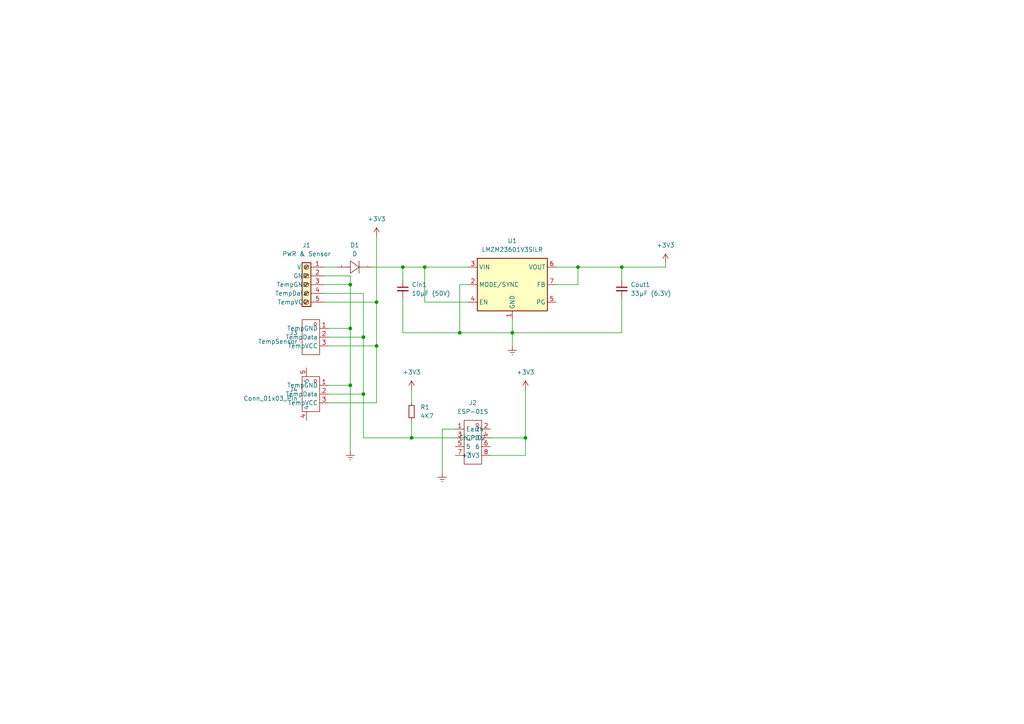
<source format=kicad_sch>
(kicad_sch (version 20231120) (generator "eeschema") (generator_version "8.0")
  (paper "A4")
  (title_block (title "Nemo-K DS18B20 sensor") (date "2024-12-03") (rev "v2") (company "Sivuduuni Global Oy"))
  (lib_symbols
    (symbol "C2905025:2.54-3PWTDK"
      (property "Reference" "J4" (at 3.81 1.2701 0))
      (property "Value" "Conn_01x03_Pin" (at 3.81 -1.2699 0))
      (symbol "2.54-3PWTDK_1_0"
        (rectangle (start -2.54 -5.08) (end 2.54 5.08))
        (circle (center -1.27 3.81) (radius 0.381))
        (pin unspecified line (at -5.08 2.54 0) (length 2.54) (name "TempGND") (number "1"))
        (pin unspecified line (at -5.08 0 0) (length 2.54) (name "TempData") (number "2"))
        (pin unspecified line (at -5.08 -2.54 0) (length 2.54) (name "TempVCC") (number "3"))
        (pin unspecified line (at 1.27 -7.62 90) (length 2.54) (name "4") (number "4"))
        (pin unspecified line (at 1.27 7.62 270) (length 2.54) (name "5") (number "5"))
      )
    )
    (symbol "C3975149:PM254-2-04-S-8.5"
      (property "Reference" "J2" (at 0 11.43 0))
      (property "Value" "ESP-01S" (at 0 8.89 0))
      (symbol "PM254-2-04-S-8.5_1_0"
        (rectangle (start -2.54 -6.35) (end 2.54 6.35))
        (circle (center -1.27 5.08) (radius 0.381))
        (pin unspecified line (at 5.08 3.81 180) (length 2.54) (name "Earth") (number "1"))
        (pin unspecified line (at -5.08 3.81 0) (length 2.54) (name "2") (number "2"))
        (pin unspecified line (at 5.08 1.27 180) (length 2.54) (name "GPIO2") (number "3"))
        (pin unspecified line (at -5.08 1.27 0) (length 2.54) (name "Ch_PD") (number "4"))
        (pin unspecified line (at 5.08 -1.27 180) (length 2.54) (name "5") (number "5"))
        (pin unspecified line (at -5.08 -1.27 0) (length 2.54) (name "6") (number "6"))
        (pin unspecified line (at 5.08 -3.81 180) (length 2.54) (name "7") (number "7"))
        (pin unspecified line (at -5.08 -3.81 0) (length 2.54) (name "+3V3") (number "8"))
      )
    )
    (symbol "C5160786:DZ254S-11-03-48"
      (property "Reference" "J3" (at 3.81 1.2701 0))
      (property "Value" "TempSensor" (at 3.81 -1.2699 0))
      (symbol "DZ254S-11-03-48_1_0"
        (rectangle (start -2.54 -5.08) (end 2.54 5.08))
        (circle (center -1.27 3.81) (radius 0.381))
        (pin unspecified line (at -5.08 2.54 0) (length 2.54) (name "TempGND") (number "1"))
        (pin unspecified line (at -5.08 0 0) (length 2.54) (name "TempData") (number "2"))
        (pin unspecified line (at -5.08 -2.54 0) (length 2.54) (name "TempVCC") (number "3"))
      )
    )
    (symbol "C5174649:S7116-300A"
      (property "Reference" "D" (at 0 0 0))
      (symbol "S7116-300A_1_0"
        (polyline (pts (xy -1.27 0) (xy -2.54 0)))
        (polyline (pts (xy -1.27 1.778) (xy -1.27 -1.778)))
        (polyline (pts (xy 2.54 0) (xy 1.27 0)))
        (polyline (pts (xy 1.27 1.778) (xy -1.27 0) (xy -1.27 0) (xy 1.27 -1.778) (xy 1.27 -1.778) (xy 1.27 1.778)))
        (pin unspecified line (at -5.08 0 0) (length 2.54) (name "K") (number "1"))
        (pin unspecified line (at 5.08 0 180) (length 2.54) (name "A") (number "2"))
      )
    )
    (symbol "Connector:Screw_Terminal_01x05" (pin_names (offset 1.016))
      (property "Reference" "J1" (at 0 11.43 0))
      (property "Value" "PWR & Sensor" (at 0 8.89 0))
      (symbol "Screw_Terminal_01x05_1_1"
        (rectangle (start -1.27 6.35) (end 1.27 -6.35) (stroke (width 0.254)) (fill (type background)))
        (circle (center 0 -5.08) (radius 0.635) (stroke (width 0.1524)))
        (circle (center 0 -2.54) (radius 0.635) (stroke (width 0.1524)))
        (polyline (pts (xy -0.5334 -4.7498) (xy 0.3302 -5.588)) (stroke (width 0.1524)))
        (polyline (pts (xy -0.5334 -2.2098) (xy 0.3302 -3.048)) (stroke (width 0.1524)))
        (polyline (pts (xy -0.5334 0.3302) (xy 0.3302 -0.508)) (stroke (width 0.1524)))
        (polyline (pts (xy -0.5334 2.8702) (xy 0.3302 2.032)) (stroke (width 0.1524)))
        (polyline (pts (xy -0.5334 5.4102) (xy 0.3302 4.572)) (stroke (width 0.1524)))
        (polyline (pts (xy -0.3556 -4.572) (xy 0.508 -5.4102)) (stroke (width 0.1524)))
        (polyline (pts (xy -0.3556 -2.032) (xy 0.508 -2.8702)) (stroke (width 0.1524)))
        (polyline (pts (xy -0.3556 0.508) (xy 0.508 -0.3302)) (stroke (width 0.1524)))
        (polyline (pts (xy -0.3556 3.048) (xy 0.508 2.2098)) (stroke (width 0.1524)))
        (polyline (pts (xy -0.3556 5.588) (xy 0.508 4.7498)) (stroke (width 0.1524)))
        (circle (center 0 0) (radius 0.635) (stroke (width 0.1524)))
        (circle (center 0 2.54) (radius 0.635) (stroke (width 0.1524)))
        (circle (center 0 5.08) (radius 0.635) (stroke (width 0.1524)))
        (pin passive line (at -5.08 5.08 0) (length 3.81) (name "Vin") (number "1"))
        (pin passive line (at -5.08 2.54 0) (length 3.81) (name "GND") (number "2"))
        (pin passive line (at -5.08 0 0) (length 3.81) (name "TempGND") (number "3"))
        (pin passive line (at -5.08 -2.54 0) (length 3.81) (name "TempData") (number "4"))
        (pin passive line (at -5.08 -5.08 0) (length 3.81) (name "TempVCC") (number "5"))
      )
    )
    (symbol "Device:C_Small" (pin_numbers hide) (pin_names (offset 0.254) hide)
      (property "Reference" "C" (at 0.254 1.778 0))
      (property "Value" "C_Small" (at 0.254 -2.032 0))
      (symbol "C_Small_0_1"
        (polyline (pts (xy -1.524 -0.508) (xy 1.524 -0.508)) (stroke (width 0.3302)))
        (polyline (pts (xy -1.524 0.508) (xy 1.524 0.508)) (stroke (width 0.3048)))
      )
      (symbol "C_Small_1_1"
        (pin passive line (at 0 2.54 270) (length 2.032) (name "~") (number "1"))
        (pin passive line (at 0 -2.54 90) (length 2.032) (name "~") (number "2"))
      )
    )
    (symbol "Device:R_Small" (pin_numbers hide) (pin_names (offset 0.254) hide)
      (property "Reference" "R" (at 0.762 0.508 0))
      (property "Value" "R_Small" (at 0.762 -1.016 0))
      (symbol "R_Small_0_1"
        (rectangle (start -0.762 1.778) (end 0.762 -1.778) (stroke (width 0.2032)))
      )
      (symbol "R_Small_1_1"
        (pin passive line (at 0 2.54 270) (length 0.762) (name "~") (number "1"))
        (pin passive line (at 0 -2.54 90) (length 0.762) (name "~") (number "2"))
      )
    )
    (symbol "Regulator_Switching:LMZM23601"
      (property "Reference" "U" (at -8.89 8.89 0))
      (property "Value" "LMZM23601" (at 6.35 8.89 0))
      (symbol "LMZM23601_0_1"
        (rectangle (start -10.16 7.62) (end 10.16 -7.62) (stroke (width 0.254)) (fill (type background)))
      )
      (symbol "LMZM23601_1_1"
        (pin power_in line (at 0 -10.16 90) (length 2.54) (name "GND") (number "1"))
        (pin no_connect line (at -2.54 -7.62 90) (length 2.54) hide (name "~") (number "10"))
        (pin passive line (at 0 -10.16 90) (length 2.54) hide (name "GND") (number "11"))
        (pin input line (at -12.7 0 0) (length 2.54) (name "MODE/SYNC") (number "2"))
        (pin power_in line (at -12.7 5.08 0) (length 2.54) (name "VIN") (number "3"))
        (pin input line (at -12.7 -5.08 0) (length 2.54) (name "EN") (number "4"))
        (pin open_collector line (at 12.7 -5.08 180) (length 2.54) (name "PG") (number "5"))
        (pin power_out line (at 12.7 5.08 180) (length 2.54) (name "VOUT") (number "6"))
        (pin input line (at 12.7 0 180) (length 2.54) (name "FB") (number "7"))
        (pin no_connect line (at 5.08 -7.62 90) (length 2.54) hide (name "~") (number "8"))
        (pin no_connect line (at 2.54 -7.62 90) (length 2.54) hide (name "~") (number "9"))
      )
    )
    (symbol "power:+3V3" (power) (pin_names (offset 0))
      (property "Value" "+3V3" (at 0 3.556 0))
      (symbol "+3V3_0_1"
        (polyline (pts (xy -0.762 1.27) (xy 0 2.54)))
        (polyline (pts (xy 0 0) (xy 0 2.54)))
        (polyline (pts (xy 0 2.54) (xy 0.762 1.27)))
      )
      (symbol "+3V3_1_1"
        (pin power_in line (at 0 0 90) (length 0) hide (name "+3V3") (number "1"))
      )
    )
    (symbol "power:Earth" (power) (pin_names (offset 0))
      (symbol "Earth_0_1"
        (polyline (pts (xy -0.635 -1.905) (xy 0.635 -1.905)))
        (polyline (pts (xy -0.127 -2.54) (xy 0.127 -2.54)))
        (polyline (pts (xy 0 -1.27) (xy 0 0)))
        (polyline (pts (xy 1.27 -1.27) (xy -1.27 -1.27)))
      )
      (symbol "Earth_1_1"
        (pin power_in line (at 0 0 270) (length 0) hide (name "Earth") (number "1"))
      )
    )
  )
  (junction (at 116.84 77.47))
  (junction (at 101.6 111.76))
  (junction (at 109.22 100.33))
  (junction (at 101.6 95.25))
  (junction (at 109.22 87.63))
  (junction (at 105.41 114.3))
  (junction (at 167.64 77.47))
  (junction (at 133.35 96.52))
  (junction (at 180.34 77.47))
  (junction (at 123.19 77.47))
  (junction (at 152.4 127))
  (junction (at 101.6 82.55))
  (junction (at 148.59 96.52))
  (junction (at 119.38 127))
  (junction (at 105.41 97.79))
  (wire (pts (xy 95.25 114.3) (xy 105.41 114.3)))
  (wire (pts (xy 109.22 100.33) (xy 109.22 116.84)))
  (wire (pts (xy 135.89 87.63) (xy 123.19 87.63)))
  (wire (pts (xy 133.35 82.55) (xy 133.35 96.52)))
  (wire (pts (xy 95.25 100.33) (xy 109.22 100.33)))
  (wire (pts (xy 180.34 86.36) (xy 180.34 96.52)))
  (wire (pts (xy 101.6 82.55) (xy 101.6 95.25)))
  (wire (pts (xy 167.64 82.55) (xy 167.64 77.47)))
  (wire (pts (xy 105.41 114.3) (xy 105.41 127)))
  (wire (pts (xy 148.59 92.71) (xy 148.59 96.52)))
  (wire (pts (xy 93.98 80.01) (xy 101.6 80.01)))
  (wire (pts (xy 128.27 124.46) (xy 132.08 124.46)))
  (wire (pts (xy 116.84 77.47) (xy 123.19 77.47)))
  (wire (pts (xy 109.22 68.58) (xy 109.22 87.63)))
  (wire (pts (xy 116.84 86.36) (xy 116.84 96.52)))
  (wire (pts (xy 105.41 85.09) (xy 105.41 97.79)))
  (wire (pts (xy 109.22 87.63) (xy 109.22 100.33)))
  (wire (pts (xy 119.38 127) (xy 132.08 127)))
  (wire (pts (xy 148.59 96.52) (xy 148.59 100.33)))
  (wire (pts (xy 107.95 77.47) (xy 116.84 77.47)))
  (wire (pts (xy 152.4 113.03) (xy 152.4 127)))
  (wire (pts (xy 142.24 127) (xy 152.4 127)))
  (wire (pts (xy 180.34 96.52) (xy 148.59 96.52)))
  (wire (pts (xy 105.41 127) (xy 119.38 127)))
  (wire (pts (xy 135.89 82.55) (xy 133.35 82.55)))
  (wire (pts (xy 119.38 121.92) (xy 119.38 127)))
  (wire (pts (xy 93.98 85.09) (xy 105.41 85.09)))
  (wire (pts (xy 101.6 95.25) (xy 101.6 111.76)))
  (wire (pts (xy 119.38 113.03) (xy 119.38 116.84)))
  (wire (pts (xy 167.64 77.47) (xy 180.34 77.47)))
  (wire (pts (xy 133.35 96.52) (xy 148.59 96.52)))
  (wire (pts (xy 180.34 81.28) (xy 180.34 77.47)))
  (wire (pts (xy 95.25 116.84) (xy 109.22 116.84)))
  (wire (pts (xy 161.29 82.55) (xy 167.64 82.55)))
  (wire (pts (xy 152.4 127) (xy 152.4 132.08)))
  (wire (pts (xy 101.6 111.76) (xy 101.6 130.81)))
  (wire (pts (xy 93.98 82.55) (xy 101.6 82.55)))
  (wire (pts (xy 180.34 77.47) (xy 193.04 77.47)))
  (wire (pts (xy 93.98 87.63) (xy 109.22 87.63)))
  (wire (pts (xy 161.29 77.47) (xy 167.64 77.47)))
  (wire (pts (xy 93.98 77.47) (xy 97.79 77.47)))
  (wire (pts (xy 193.04 77.47) (xy 193.04 76.2)))
  (wire (pts (xy 95.25 97.79) (xy 105.41 97.79)))
  (wire (pts (xy 128.27 137.16) (xy 128.27 124.46)))
  (wire (pts (xy 95.25 111.76) (xy 101.6 111.76)))
  (wire (pts (xy 105.41 97.79) (xy 105.41 114.3)))
  (wire (pts (xy 95.25 95.25) (xy 101.6 95.25)))
  (wire (pts (xy 116.84 77.47) (xy 116.84 81.28)))
  (wire (pts (xy 152.4 132.08) (xy 142.24 132.08)))
  (wire (pts (xy 116.84 96.52) (xy 133.35 96.52)))
  (wire (pts (xy 101.6 82.55) (xy 101.6 80.01)))
  (wire (pts (xy 123.19 87.63) (xy 123.19 77.47)))
  (wire (pts (xy 123.19 77.47) (xy 135.89 77.47)))
  (symbol (lib_id "C2905025:2.54-3PWTDK") (at 90.17 114.3 0) (mirror y) (unit 1)
    (property "Reference" "J4" (at 86.36 113.0299 0) (effects (justify left)))
    (property "Value" "Conn_01x03_Pin" (at 86.36 115.5699 0) (effects (justify left)))
    (property "Footprint" "C2905025:CONN-SMD_3P-P2.50_SHOUHAN_2.54-3PWTDK" (effects (hide yes)))
    (property "Datasheet" "https://atta.szlcsc.com/upload/public/pdf/source/20220427/0D3AEE936BCB3286C4F7D49324715D54.pdf" (effects (hide yes)))
    (property "Description" "Pins Structure:1x3P Pitch:2.5mm Mounting Style:卧贴 Number of Pins:3P Number of Rows:1 Number of PINs Per Row:3 Current Rating (Max):3A Operating Temperature Range:-25°C~+85°C Operating Temperature Range:-25°C~+85°C" (effects (hide yes)))
    (property "Manufacturer Part" "2.54-3PWTDK" (effects (hide yes)))
    (property "Manufacturer" "SHOU HAN(首韩)" (effects (hide yes)))
    (property "Supplier Part" "C3008573" (effects (hide yes)))
    (property "Supplier" "LCSC" (effects (hide yes)))
    (property "LCSC Part Name" "1x3P 间距:2.5mm 卧贴" (effects (hide yes)))
  )
  (symbol (lib_id "C5160786:DZ254S-11-03-48") (at 90.17 97.79 0) (mirror y) (unit 1)
    (property "Reference" "J3" (at 86.36 96.5199 0) (effects (justify left)))
    (property "Value" "TempSensor" (at 86.36 99.0599 0) (effects (justify left)))
    (property "Footprint" "C5160786:HDR-TH_3P-P2.54_DZ254S-11-03-48" (effects (hide yes)))
    (property "Datasheet" "https://atta.szlcsc.com/upload/public/pdf/source/20230921/FE4E6D7F32A2CD9B95B1709A1ADE25FC.pdf" (effects (hide yes)))
    (property "Description" "Pin Structure:1x3P Pitch:2.54mm Circluar Pins/Square Pins:Policy Mounting Type:Standing paste Number of Rows:Single Row Number of Pins:3P" (effects (hide yes)))
    (property "Manufacturer Part" "DZ254S-11-03-48" (effects (hide yes)))
    (property "Manufacturer" "DEALON(德艺隆)" (effects (hide yes)))
    (property "Supplier Part" "C5160786" (effects (hide yes)))
    (property "Supplier" "LCSC" (effects (hide yes)))
    (property "LCSC Part Name" "间距:2.54mm 1x3P 立贴 方针" (effects (hide yes)))
    (property "LCSC" "C5160786" (effects (hide yes)))
  )
  (symbol (lib_id "C3975149:PM254-2-04-S-8.5") (at 137.16 128.27 0) (mirror y) (unit 1)
    (property "Reference" "J2" (at 137.16 116.84 0))
    (property "Value" "ESP-01S" (at 137.16 119.38 0))
    (property "Footprint" "C3975149:HDR-SMD_8P-P2.54-V-F-R2-C4-S7.1" (effects (hide yes)))
    (property "Datasheet" "https://atta.szlcsc.com/upload/public/pdf/source/20230609/7C6F8D8E301C6BBC8F19D55951C36597.pdf" (effects (hide yes)))
    (property "Description" "Holes Structure:2x4P Pitch:2.54mm Row Spacing:2.54mm Circular Hole / Square Hole:方孔 Mounting Type:Brick nogging Number of Rows:双排 Number of Holes:8P Current Rating (Max):3A Holes Direction:Top Insulation Height:8.5mm Contact Material:Copper Alloy Operatin" (effects (hide yes)))
    (property "LCSC" "C3975149" (effects (hide yes)))
    (property "Mfg Part" "PM254-2-04-S-8.5" (effects (hide yes)))
    (property "Manufacturer Part" "PM254-2-04-S-8.5" (effects (hide yes)))
    (property "Manufacturer" "HCTL(华灿天禄)" (effects (hide yes)))
    (property "Supplier Part" "C3975149" (effects (hide yes)))
    (property "Supplier" "LCSC" (effects (hide yes)))
    (property "LCSC Part Name" "2x4P 间距:2.54mm 立贴" (effects (hide yes)))
  )
  (symbol (lib_id "C5174649:S7116-300A") (at 102.87 77.47 0) (mirror y) (unit 1)
    (property "Reference" "D1" (at 102.87 71.12 0))
    (property "Value" "D" (at 102.87 73.66 0))
    (property "Footprint" "C5174649:SOD-323_L1.7-W1.3-LS2.5-RD" (effects (hide yes)))
    (property "Datasheet" "https://atta.szlcsc.com/upload/public/pdf/source/20220916/6E626650AF012B3914EB9177AF15DFBA.pdf" (effects (hide yes)))
    (property "Description" "Diode Configuration: Forward Voltage (Vf@If):500mV@1A Reverse Voltage (Vr): Average Rectified Current (Io):" (effects (hide yes)))
    (property "Sim.Device" "D" (effects (hide yes)))
    (property "Sim.Pins" "1=K 2=A" (effects (hide yes)))
    (property "Manufacturer Part" "S7116-300A" (effects (hide yes)))
    (property "Manufacturer" "MSKSEMI(美森科)" (effects (hide yes)))
    (property "Supplier Part" "C5174649" (effects (hide yes)))
    (property "Supplier" "LCSC" (effects (hide yes)))
    (property "LCSC Part Name" "S7116-300A" (effects (hide yes)))
  )
  (symbol (lib_id "Device:C_Small") (at 116.84 83.82 0) (unit 1)
    (property "Reference" "Cin1" (at 119.38 82.5562 0) (effects (justify left)))
    (property "Value" "10μF (50V)" (at 119.38 85.0962 0) (effects (justify left)))
    (property "Footprint" "Capacitor_SMD:C_1210_3225Metric" (effects (hide yes)))
    (property "Datasheet" "https://wmsc.lcsc.com/wmsc/upload/file/pdf/v2/lcsc/2308151448_Samwha-Capacitor-CS3225X7R106K500NRL_C2918502.pdf" (effects (hide yes)))
    (property "LCSC" "C2918502" (effects (hide yes)))
  )
  (symbol (lib_id "power:+3V3") (at 119.38 113.03 0) (unit 1)
    (property "Reference" "#PWR0103" (effects (hide yes)))
    (property "Value" "+3V3" (at 119.38 107.95 0))
  )
  (symbol (lib_id "Regulator_Switching:LMZM23601") (at 148.59 82.55 0) (unit 1)
    (property "Reference" "U1" (at 148.59 69.85 0))
    (property "Value" "LMZM23601V3SILR" (at 148.59 72.39 0))
    (property "Footprint" "Package_LGA:Texas_SIL0010A_MicroSiP-10-1EP_3.8x3mm_P0.6mm_EP0.7x2.9mm_ThermalVias" (effects (hide yes)))
    (property "Datasheet" "http://www.ti.com/lit/ds/symlink/lmzm23601.pdf" (effects (hide yes)))
    (property "LCSC" "C2864948" (effects (hide yes)))
    (property "MPN" "LMZM23601SILR " (effects (hide yes)))
  )
  (symbol (lib_id "Device:C_Small") (at 180.34 83.82 0) (unit 1)
    (property "Reference" "Cout1" (at 182.88 82.5562 0) (effects (justify left)))
    (property "Value" "33μF (6.3V)" (at 182.88 85.0962 0) (effects (justify left)))
    (property "Footprint" "Capacitor_SMD:C_1210_3225Metric" (effects (hide yes)))
    (property "LCSC" "C531418" (effects (hide yes)))
    (property "Mfg Part" "C3225X5R1A336MT0A0E" (effects (hide yes)))
  )
  (symbol (lib_id "power:+3V3") (at 193.04 76.2 0) (unit 1)
    (property "Reference" "#PWR0106" (effects (hide yes)))
    (property "Value" "+3V3" (at 193.04 71.12 0))
  )
  (symbol (lib_id "Connector:Screw_Terminal_01x05") (at 88.9 82.55 0) (mirror y) (unit 1)
    (property "Reference" "J1" (at 88.9 71.12 0))
    (property "Value" "PWR & Sensor" (at 88.9 73.66 0))
    (property "Footprint" "TerminalBlock_MetzConnect:TerminalBlock_MetzConnect_Type086_RT03405HBLC_1x05_P3.81mm_Horizontal" (effects (hide yes)))
    (property "LCSC" "C5349553" (effects (hide yes)))
    (property "MPN" "OSTOQ053251" (effects (hide yes)))
  )
  (symbol (lib_id "Device:R_Small") (at 119.38 119.38 0) (unit 1)
    (property "Reference" "R1" (at 121.92 118.1099 0) (effects (justify left)))
    (property "Value" "4K7" (at 121.92 120.6499 0) (effects (justify left)))
    (property "Footprint" "Resistor_SMD:R_1206_3216Metric" (effects (hide yes)))
    (property "LCSC" "C17936" (effects (hide yes)))
  )
  (symbol (lib_id "power:+3V3") (at 152.4 113.03 0) (unit 1)
    (property "Reference" "#PWR0107" (effects (hide yes)))
    (property "Value" "+3V3" (at 152.4 107.95 0))
  )
  (symbol (lib_id "power:Earth") (at 128.27 137.16 0) (unit 1)
    (property "Reference" "#PWR0104" (effects (hide yes)))
    (property "Value" "Earth" (effects (hide yes)))
  )
  (symbol (lib_id "power:Earth") (at 148.59 100.33 0) (unit 1)
    (property "Reference" "#PWR0105" (effects (hide yes)))
    (property "Value" "Earth" (effects (hide yes)))
  )
  (symbol (lib_id "power:Earth") (at 101.6 130.81 0) (unit 1)
    (property "Reference" "#PWR0101" (effects (hide yes)))
    (property "Value" "Earth" (effects (hide yes)))
  )
  (symbol (lib_id "power:+3V3") (at 109.22 68.58 0) (unit 1)
    (property "Reference" "#PWR0102" (effects (hide yes)))
    (property "Value" "+3V3" (at 109.22 63.5 0))
  )
)
</source>
